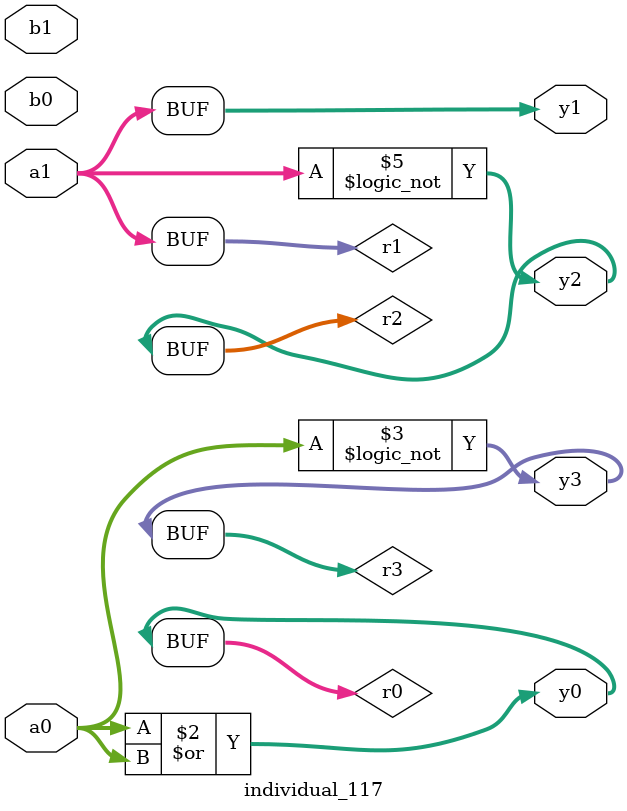
<source format=sv>
module individual_117(input logic [15:0] a1, input logic [15:0] a0, input logic [15:0] b1, input logic [15:0] b0, output logic [15:0] y3, output logic [15:0] y2, output logic [15:0] y1, output logic [15:0] y0);
logic [15:0] r0, r1, r2, r3; 
 always@(*) begin 
	 r0 = a0; r1 = a1; r2 = b0; r3 = b1; 
 	 r0  |=  a0 ;
 	 r3 = ! a0 ;
 	 r2  ^=  r1 ;
 	 r2 = ! a1 ;
 	 y3 = r3; y2 = r2; y1 = r1; y0 = r0; 
end
endmodule
</source>
